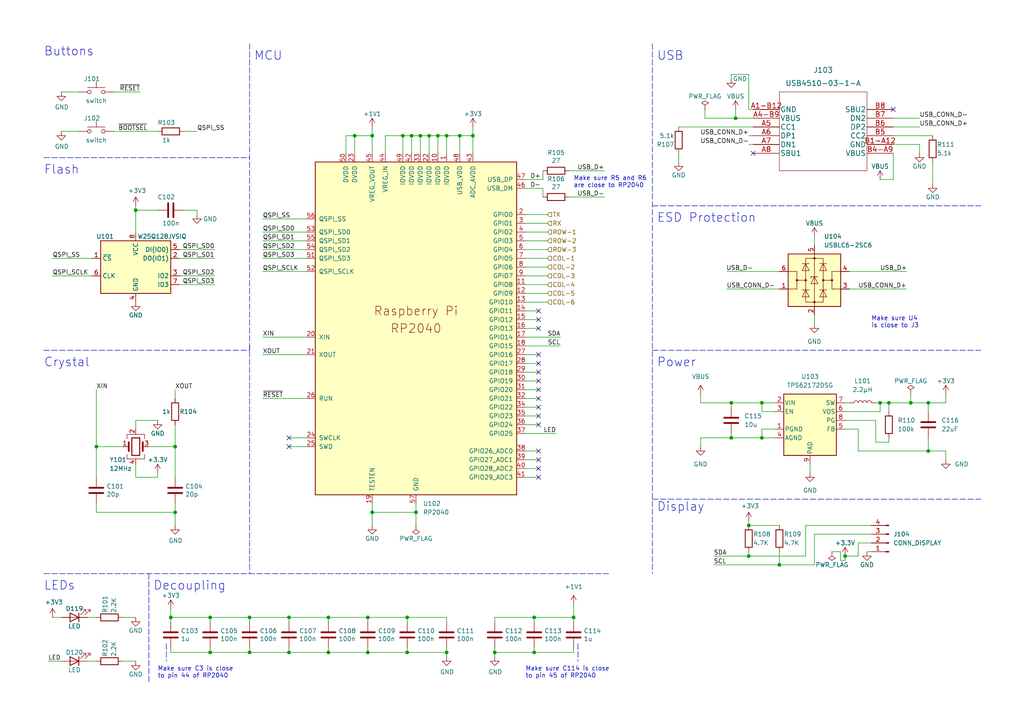
<source format=kicad_sch>
(kicad_sch (version 20211123) (generator eeschema)
  (paper "A4")
  (title_block (title "36") (date "2022-11-17") (rev "1.0"))
  (lib_symbols
    (symbol "Connector:Conn_01x04_Male" (pin_names (offset 1.016) hide)
      (property "Reference" "J" (at 0 5.08 0))
      (property "Value" "Conn_01x04_Male" (at 0 -7.62 0))
      (symbol "Conn_01x04_Male_1_1"
        (pin passive line (at 5.08 2.54 180) (length 3.81) (name "Pin_1") (number "1"))
        (pin passive line (at 5.08 0 180) (length 3.81) (name "Pin_2") (number "2"))
        (pin passive line (at 5.08 -2.54 180) (length 3.81) (name "Pin_3") (number "3"))
        (pin passive line (at 5.08 -5.08 180) (length 3.81) (name "Pin_4") (number "4"))
      )
    )
    (symbol "Device:C" (pin_numbers hide) (pin_names (offset 0.254))
      (property "Reference" "C" (at 0.635 2.54 0))
      (property "Value" "C" (at 0.635 -2.54 0))
      (symbol "C_1_1"
        (pin passive line (at 0 3.81 270) (length 2.794) (name "~") (number "1"))
        (pin passive line (at 0 -3.81 90) (length 2.794) (name "~") (number "2"))
      )
    )
    (symbol "Device:Crystal_GND24" (pin_names (offset 1.016) hide)
      (property "Reference" "Y" (at 3.175 5.08 0))
      (property "Value" "Crystal_GND24" (at 3.175 3.175 0))
      (symbol "Crystal_GND24_1_1"
        (pin passive line (at -3.81 0 0) (length 1.27) (name "1") (number "1"))
        (pin passive line (at 0 5.08 270) (length 1.27) (name "2") (number "2"))
        (pin passive line (at 3.81 0 180) (length 1.27) (name "3") (number "3"))
        (pin passive line (at 0 -5.08 90) (length 1.27) (name "4") (number "4"))
      )
    )
    (symbol "Device:L" (pin_numbers hide) (pin_names (offset 1.016) hide)
      (property "Reference" "L" (at -1.27 0 90))
      (property "Value" "L" (at 1.905 0 90))
      (symbol "L_1_1"
        (pin passive line (at 0 3.81 270) (length 1.27) (name "1") (number "1"))
        (pin passive line (at 0 -3.81 90) (length 1.27) (name "2") (number "2"))
      )
    )
    (symbol "Device:LED" (pin_numbers hide) (pin_names (offset 1.016) hide)
      (property "Reference" "D" (at 0 2.54 0))
      (property "Value" "LED" (at 0 -2.54 0))
      (symbol "LED_1_1"
        (pin passive line (at -3.81 0 0) (length 2.54) (name "K") (number "1"))
        (pin passive line (at 3.81 0 180) (length 2.54) (name "A") (number "2"))
      )
    )
    (symbol "Device:R" (pin_numbers hide) (pin_names (offset 0))
      (property "Reference" "R" (at 2.032 0 90))
      (property "Value" "R" (at 0 0 90))
      (symbol "R_1_1"
        (pin passive line (at 0 3.81 270) (length 1.27) (name "~") (number "1"))
        (pin passive line (at 0 -3.81 90) (length 1.27) (name "~") (number "2"))
      )
    )
    (symbol "Memory_Flash:W25Q128JVS"
      (property "Reference" "U" (at -8.89 8.89 0))
      (property "Value" "W25Q128JVS" (at 7.62 8.89 0))
      (symbol "W25Q128JVS_1_1"
        (pin input line (at -12.7 2.54 0) (length 2.54) (name "~{CS}") (number "1"))
        (pin bidirectional line (at 12.7 2.54 180) (length 2.54) (name "DO(IO1)") (number "2"))
        (pin bidirectional line (at 12.7 -2.54 180) (length 2.54) (name "IO2") (number "3"))
        (pin power_in line (at 0 -10.16 90) (length 2.54) (name "GND") (number "4"))
        (pin bidirectional line (at 12.7 5.08 180) (length 2.54) (name "DI(IO0)") (number "5"))
        (pin input line (at -12.7 -2.54 0) (length 2.54) (name "CLK") (number "6"))
        (pin bidirectional line (at 12.7 -5.08 180) (length 2.54) (name "IO3") (number "7"))
        (pin power_in line (at 0 10.16 270) (length 2.54) (name "VCC") (number "8"))
      )
    )
    (symbol "Power_Protection:USBLC6-2SC6" (pin_names hide)
      (property "Reference" "U" (at 2.54 8.89 0))
      (property "Value" "USBLC6-2SC6" (at 2.54 -8.89 0))
      (symbol "USBLC6-2SC6_1_1"
        (pin passive line (at -10.16 -2.54 0) (length 2.54) (name "I/O1") (number "1"))
        (pin passive line (at 0 -10.16 90) (length 2.54) (name "GND") (number "2"))
        (pin passive line (at 10.16 -2.54 180) (length 2.54) (name "I/O2") (number "3"))
        (pin passive line (at 10.16 2.54 180) (length 2.54) (name "I/O2") (number "4"))
        (pin passive line (at 0 10.16 270) (length 2.54) (name "VBUS") (number "5"))
        (pin passive line (at -10.16 2.54 0) (length 2.54) (name "I/O1") (number "6"))
      )
    )
    (symbol "Raspberry Pi:RP2040" (pin_names (offset 1.016))
      (property "Reference" "U" (at -29.21 49.53 0))
      (property "Value" "RP2040" (at 24.13 -49.53 0))
      (symbol "RP2040_0_0"
        (text "Raspberry Pi" (at 0 5.08 0) (effects (font (size 2.54 2.54))))
        (text "RP2040" (at 0 0 0) (effects (font (size 2.54 2.54))))
      )
      (symbol "RP2040_1_1"
        (pin power_in line (at 8.89 50.8 270) (length 2.54) (name "IOVDD") (number "1"))
        (pin power_in line (at 6.35 50.8 270) (length 2.54) (name "IOVDD") (number "10"))
        (pin bidirectional line (at 31.75 12.7 180) (length 2.54) (name "GPIO8") (number "11"))
        (pin bidirectional line (at 31.75 10.16 180) (length 2.54) (name "GPIO9") (number "12"))
        (pin bidirectional line (at 31.75 7.62 180) (length 2.54) (name "GPIO10") (number "13"))
        (pin bidirectional line (at 31.75 5.08 180) (length 2.54) (name "GPIO11") (number "14"))
        (pin bidirectional line (at 31.75 2.54 180) (length 2.54) (name "GPIO12") (number "15"))
        (pin bidirectional line (at 31.75 0 180) (length 2.54) (name "GPIO13") (number "16"))
        (pin bidirectional line (at 31.75 -2.54 180) (length 2.54) (name "GPIO14") (number "17"))
        (pin bidirectional line (at 31.75 -5.08 180) (length 2.54) (name "GPIO15") (number "18"))
        (pin passive line (at -12.7 -50.8 90) (length 2.54) (name "TESTEN") (number "19"))
        (pin bidirectional line (at 31.75 33.02 180) (length 2.54) (name "GPIO0") (number "2"))
        (pin input line (at -31.75 -2.54 0) (length 2.54) (name "XIN") (number "20"))
        (pin passive line (at -31.75 -7.62 0) (length 2.54) (name "XOUT") (number "21"))
        (pin power_in line (at 3.81 50.8 270) (length 2.54) (name "IOVDD") (number "22"))
        (pin power_in line (at -17.78 50.8 270) (length 2.54) (name "DVDD") (number "23"))
        (pin output line (at -31.75 -31.75 0) (length 2.54) (name "SWCLK") (number "24"))
        (pin bidirectional line (at -31.75 -34.29 0) (length 2.54) (name "SWD") (number "25"))
        (pin input line (at -31.75 -20.32 0) (length 2.54) (name "RUN") (number "26"))
        (pin bidirectional line (at 31.75 -7.62 180) (length 2.54) (name "GPIO16") (number "27"))
        (pin bidirectional line (at 31.75 -10.16 180) (length 2.54) (name "GPIO17") (number "28"))
        (pin bidirectional line (at 31.75 -12.7 180) (length 2.54) (name "GPIO18") (number "29"))
        (pin bidirectional line (at 31.75 30.48 180) (length 2.54) (name "GPIO1") (number "3"))
        (pin bidirectional line (at 31.75 -15.24 180) (length 2.54) (name "GPIO19") (number "30"))
        (pin bidirectional line (at 31.75 -17.78 180) (length 2.54) (name "GPIO20") (number "31"))
        (pin bidirectional line (at 31.75 -20.32 180) (length 2.54) (name "GPIO21") (number "32"))
        (pin power_in line (at 1.27 50.8 270) (length 2.54) (name "IOVDD") (number "33"))
        (pin bidirectional line (at 31.75 -22.86 180) (length 2.54) (name "GPIO22") (number "34"))
        (pin bidirectional line (at 31.75 -25.4 180) (length 2.54) (name "GPIO23") (number "35"))
        (pin bidirectional line (at 31.75 -27.94 180) (length 2.54) (name "GPIO24") (number "36"))
        (pin bidirectional line (at 31.75 -30.48 180) (length 2.54) (name "GPIO25") (number "37"))
        (pin bidirectional line (at 31.75 -35.56 180) (length 2.54) (name "GPIO26_ADC0") (number "38"))
        (pin bidirectional line (at 31.75 -38.1 180) (length 2.54) (name "GPIO27_ADC1") (number "39"))
        (pin bidirectional line (at 31.75 27.94 180) (length 2.54) (name "GPIO2") (number "4"))
        (pin bidirectional line (at 31.75 -40.64 180) (length 2.54) (name "GPIO28_ADC2") (number "40"))
        (pin bidirectional line (at 31.75 -43.18 180) (length 2.54) (name "GPIO29_ADC3") (number "41"))
        (pin power_in line (at -1.27 50.8 270) (length 2.54) (name "IOVDD") (number "42"))
        (pin power_in line (at 16.51 50.8 270) (length 2.54) (name "ADC_AVDD") (number "43"))
        (pin power_in line (at -8.89 50.8 270) (length 2.54) (name "VREG_IN") (number "44"))
        (pin power_out line (at -12.7 50.8 270) (length 2.54) (name "VREG_VOUT") (number "45"))
        (pin bidirectional line (at 31.75 40.64 180) (length 2.54) (name "USB_DM") (number "46"))
        (pin bidirectional line (at 31.75 43.18 180) (length 2.54) (name "USB_DP") (number "47"))
        (pin power_in line (at 12.7 50.8 270) (length 2.54) (name "USB_VDD") (number "48"))
        (pin power_in line (at -3.81 50.8 270) (length 2.54) (name "IOVDD") (number "49"))
        (pin bidirectional line (at 31.75 25.4 180) (length 2.54) (name "GPIO3") (number "5"))
        (pin power_in line (at -20.32 50.8 270) (length 2.54) (name "DVDD") (number "50"))
        (pin bidirectional line (at -31.75 20.32 0) (length 2.54) (name "QSPI_SD3") (number "51"))
        (pin output line (at -31.75 16.51 0) (length 2.54) (name "QSPI_SCLK") (number "52"))
        (pin bidirectional line (at -31.75 27.94 0) (length 2.54) (name "QSPI_SD0") (number "53"))
        (pin bidirectional line (at -31.75 22.86 0) (length 2.54) (name "QSPI_SD2") (number "54"))
        (pin bidirectional line (at -31.75 25.4 0) (length 2.54) (name "QSPI_SD1") (number "55"))
        (pin bidirectional line (at -31.75 31.75 0) (length 2.54) (name "QSPI_SS") (number "56"))
        (pin power_in line (at 0 -50.8 90) (length 2.54) (name "GND") (number "57"))
        (pin bidirectional line (at 31.75 22.86 180) (length 2.54) (name "GPIO4") (number "6"))
        (pin bidirectional line (at 31.75 20.32 180) (length 2.54) (name "GPIO5") (number "7"))
        (pin bidirectional line (at 31.75 17.78 180) (length 2.54) (name "GPIO6") (number "8"))
        (pin bidirectional line (at 31.75 15.24 180) (length 2.54) (name "GPIO7") (number "9"))
      )
    )
    (symbol "Regulator_Switching:TPS62172DSG" (pin_names (offset 0.254))
      (property "Reference" "U?" (at 0 15.24 0))
      (property "Value" "TPS62172DSG" (at 0 12.7 0))
      (symbol "TPS62172DSG_1_1"
        (pin power_in line (at -10.16 0 0) (length 2.54) (name "PGND") (number "1"))
        (pin power_in line (at -10.16 7.62 0) (length 2.54) (name "VIN") (number "2"))
        (pin input line (at -10.16 5.08 0) (length 2.54) (name "EN") (number "3"))
        (pin power_in line (at -10.16 -2.54 0) (length 2.54) (name "AGND") (number "4"))
        (pin input line (at 10.16 0 180) (length 2.54) (name "FB") (number "5"))
        (pin input line (at 10.16 5.08 180) (length 2.54) (name "VOS") (number "6"))
        (pin output line (at 10.16 7.62 180) (length 2.54) (name "SW") (number "7"))
        (pin open_collector line (at 10.16 2.54 180) (length 2.54) (name "PG") (number "8"))
        (pin power_in line (at 0 -10.16 90) (length 2.54) (name "PAD") (number "9"))
      )
    )
    (symbol "Switch:SW_Push" (pin_numbers hide) (pin_names (offset 1.016) hide)
      (property "Reference" "SW" (at 1.27 2.54 0))
      (property "Value" "SW_Push" (at 0 -1.524 0))
      (symbol "SW_Push_0_1"
        (pin passive line (at -5.08 0 0) (length 2.54) (name "1") (number "1"))
        (pin passive line (at 5.08 0 180) (length 2.54) (name "2") (number "2"))
      )
    )
    (symbol "USB4510-03-1-A:USB4510-03-1-A" (pin_names (offset 0.254))
      (property "Reference" "J" (at 20.32 10.16 0))
      (property "Value" "USB4510-03-1-A" (at 20.32 7.62 0))
      (symbol "USB4510-03-1-A_1_1"
        (pin power_in line (at 0 0 0) (length 7.62) (name "GND") (number "A1-B12"))
        (pin power_in line (at 0 -2.54 0) (length 7.62) (name "VBUS") (number "A4-B9"))
        (pin bidirectional line (at 0 -5.08 0) (length 7.62) (name "CC1") (number "A5"))
        (pin bidirectional line (at 0 -7.62 0) (length 7.62) (name "DP1") (number "A6"))
        (pin bidirectional line (at 0 -10.16 0) (length 7.62) (name "DN1") (number "A7"))
        (pin bidirectional line (at 0 -12.7 0) (length 7.62) (name "SBU1") (number "A8"))
        (pin power_in line (at 40.64 -10.16 180) (length 7.62) (name "GND") (number "B1-A12"))
        (pin power_in line (at 40.64 -12.7 180) (length 7.62) (name "VBUS") (number "B4-A9"))
        (pin bidirectional line (at 40.64 -7.62 180) (length 7.62) (name "CC2") (number "B5"))
        (pin bidirectional line (at 40.64 -5.08 180) (length 7.62) (name "DP2") (number "B6"))
        (pin bidirectional line (at 40.64 -2.54 180) (length 7.62) (name "DN2") (number "B7"))
        (pin bidirectional line (at 40.64 0 180) (length 7.62) (name "SBU2") (number "B8"))
      )
    )
    (symbol "power:+1V1" (power) (pin_names (offset 0))
      (property "Value" "+1V1" (at 0 3.556 0))
      (symbol "+1V1_1_1"
        (pin power_in line (at 0 0 90) (length 0) hide (name "+1V1") (number "1"))
      )
    )
    (symbol "power:+3.3V" (power) (pin_names (offset 0))
      (property "Value" "+3.3V" (at 0 3.556 0))
      (symbol "+3.3V_1_1"
        (pin power_in line (at 0 0 90) (length 0) hide (name "+3.3V") (number "1"))
      )
    )
    (symbol "power:+3V3" (power) (pin_names (offset 0))
      (property "Value" "+3V3" (at 0 3.556 0))
      (symbol "+3V3_1_1"
        (pin power_in line (at 0 0 90) (length 0) hide (name "+3V3") (number "1"))
      )
    )
    (symbol "power:GND" (power) (pin_names (offset 0))
      (property "Value" "GND" (at 0 -3.81 0))
      (symbol "GND_1_1"
        (pin power_in line (at 0 0 270) (length 0) hide (name "GND") (number "1"))
      )
    )
    (symbol "power:PWR_FLAG" (power) (pin_numbers hide) (pin_names (offset 0) hide)
      (property "Value" "PWR_FLAG" (at 0 3.81 0))
      (symbol "PWR_FLAG_0_0"
        (pin power_out line (at 0 0 90) (length 0) (name "pwr") (number "1"))
      )
    )
    (symbol "power:VBUS" (power) (pin_names (offset 0))
      (property "Value" "VBUS" (at 0 3.81 0))
      (symbol "VBUS_1_1"
        (pin power_in line (at 0 0 90) (length 0) hide (name "VBUS") (number "1"))
      )
    )
  )
  (junction (at 127 39.37))
  (junction (at 118.11 179.07))
  (junction (at 226.06 163.83))
  (junction (at 133.35 39.37))
  (junction (at 116.84 39.37))
  (junction (at 49.53 179.07))
  (junction (at 120.65 148.59))
  (junction (at 106.68 179.07))
  (junction (at 118.11 189.23))
  (junction (at 119.38 39.37))
  (junction (at 121.92 39.37))
  (junction (at 72.39 179.07))
  (junction (at 255.27 116.84))
  (junction (at 60.96 189.23))
  (junction (at 50.8 148.59))
  (junction (at 212.09 116.84))
  (junction (at 107.95 148.59))
  (junction (at 137.16 39.37))
  (junction (at 154.94 179.07))
  (junction (at 269.24 116.84))
  (junction (at 129.54 189.23))
  (junction (at 245.11 161.29))
  (junction (at 39.37 60.96))
  (junction (at 154.94 189.23))
  (junction (at 220.98 127))
  (junction (at 27.94 129.54))
  (junction (at 95.25 179.07))
  (junction (at 257.81 116.84))
  (junction (at 95.25 189.23))
  (junction (at 212.09 127))
  (junction (at 264.16 116.84))
  (junction (at 50.8 129.54))
  (junction (at 217.17 161.29))
  (junction (at 217.17 152.4))
  (junction (at 143.51 189.23))
  (junction (at 72.39 189.23))
  (junction (at 107.95 39.37))
  (junction (at 60.96 179.07))
  (junction (at 166.37 179.07))
  (junction (at 129.54 39.37))
  (junction (at 124.46 39.37))
  (junction (at 220.98 116.84))
  (junction (at 269.24 130.81))
  (junction (at 213.36 34.29))
  (junction (at 83.82 189.23))
  (junction (at 83.82 179.07))
  (junction (at 106.68 189.23))
  (junction (at 102.87 39.37))
  (no_connect (at 83.82 129.54))
  (no_connect (at 156.21 138.43))
  (no_connect (at 218.44 44.45))
  (no_connect (at 156.21 102.87))
  (no_connect (at 156.21 105.41))
  (no_connect (at 156.21 95.25))
  (no_connect (at 156.21 110.49))
  (no_connect (at 156.21 113.03))
  (no_connect (at 156.21 107.95))
  (no_connect (at 156.21 123.19))
  (no_connect (at 156.21 92.71))
  (no_connect (at 156.21 115.57))
  (no_connect (at 156.21 135.89))
  (no_connect (at 156.21 90.17))
  (no_connect (at 156.21 130.81))
  (no_connect (at 83.82 127))
  (no_connect (at 259.08 31.75))
  (no_connect (at 156.21 120.65))
  (no_connect (at 156.21 133.35))
  (no_connect (at 156.21 118.11))
  (wire (pts (xy 156.21 102.87) (xy 152.4 102.87)))
  (wire (pts (xy 15.24 74.93) (xy 26.67 74.93)))
  (wire (pts (xy 158.75 72.39) (xy 152.4 72.39)))
  (wire (pts (xy 259.08 39.37) (xy 270.51 39.37)))
  (wire (pts (xy 257.81 116.84) (xy 264.16 116.84)))
  (wire (pts (xy 83.82 127) (xy 88.9 127)))
  (wire (pts (xy 50.8 148.59) (xy 50.8 152.4)))
  (wire (pts (xy 203.2 127) (xy 212.09 127)))
  (wire (pts (xy 257.81 116.84) (xy 257.81 119.38)))
  (wire (pts (xy 254 116.84) (xy 255.27 116.84)))
  (wire (pts (xy 266.7 34.29) (xy 259.08 34.29)))
  (wire (pts (xy 236.22 163.83) (xy 236.22 154.94)))
  (wire (pts (xy 158.75 82.55) (xy 152.4 82.55)))
  (wire (pts (xy 226.06 160.02) (xy 226.06 163.83)))
  (wire (pts (xy 129.54 187.96) (xy 129.54 189.23)))
  (wire (pts (xy 245.11 119.38) (xy 255.27 119.38)))
  (wire (pts (xy 243.84 162.56) (xy 245.11 162.56)))
  (wire (pts (xy 252.73 157.48) (xy 248.92 157.48)))
  (polyline (pts (xy 189.23 101.6) (xy 284.48 101.6)))
  (wire (pts (xy 35.56 179.07) (xy 39.37 179.07)))
  (wire (pts (xy 196.85 36.83) (xy 218.44 36.83)))
  (polyline (pts (xy 189.23 59.69) (xy 284.48 59.69)))
  (wire (pts (xy 27.94 148.59) (xy 50.8 148.59)))
  (wire (pts (xy 143.51 189.23) (xy 143.51 190.5)))
  (wire (pts (xy 245.11 121.92) (xy 254 121.92)))
  (wire (pts (xy 269.24 127) (xy 269.24 130.81)))
  (wire (pts (xy 50.8 115.57) (xy 50.8 113.03)))
  (wire (pts (xy 217.17 152.4) (xy 217.17 151.13)))
  (wire (pts (xy 217.17 31.75) (xy 217.17 21.59)))
  (wire (pts (xy 27.94 129.54) (xy 35.56 129.54)))
  (wire (pts (xy 156.21 115.57) (xy 152.4 115.57)))
  (wire (pts (xy 157.48 54.61) (xy 157.48 57.15)))
  (wire (pts (xy 158.75 80.01) (xy 152.4 80.01)))
  (wire (pts (xy 270.51 46.99) (xy 270.51 53.34)))
  (wire (pts (xy 266.7 41.91) (xy 259.08 41.91)))
  (wire (pts (xy 266.7 44.45) (xy 266.7 41.91)))
  (wire (pts (xy 156.21 110.49) (xy 152.4 110.49)))
  (wire (pts (xy 204.47 34.29) (xy 213.36 34.29)))
  (wire (pts (xy 102.87 39.37) (xy 100.33 39.37)))
  (wire (pts (xy 161.29 125.73) (xy 152.4 125.73)))
  (wire (pts (xy 121.92 44.45) (xy 121.92 39.37)))
  (wire (pts (xy 15.24 80.01) (xy 26.67 80.01)))
  (wire (pts (xy 49.53 176.53) (xy 49.53 179.07)))
  (wire (pts (xy 152.4 54.61) (xy 157.48 54.61)))
  (wire (pts (xy 116.84 39.37) (xy 119.38 39.37)))
  (wire (pts (xy 39.37 138.43) (xy 39.37 134.62)))
  (wire (pts (xy 106.68 187.96) (xy 106.68 189.23)))
  (wire (pts (xy 116.84 44.45) (xy 116.84 39.37)))
  (wire (pts (xy 57.15 38.1) (xy 53.34 38.1)))
  (wire (pts (xy 49.53 179.07) (xy 49.53 180.34)))
  (wire (pts (xy 156.21 123.19) (xy 152.4 123.19)))
  (wire (pts (xy 203.2 116.84) (xy 212.09 116.84)))
  (wire (pts (xy 129.54 189.23) (xy 129.54 190.5)))
  (wire (pts (xy 248.92 124.46) (xy 245.11 124.46)))
  (wire (pts (xy 152.4 52.07) (xy 157.48 52.07)))
  (wire (pts (xy 102.87 39.37) (xy 107.95 39.37)))
  (wire (pts (xy 162.56 97.79) (xy 152.4 97.79)))
  (wire (pts (xy 39.37 59.69) (xy 39.37 60.96)))
  (wire (pts (xy 217.17 152.4) (xy 226.06 152.4)))
  (wire (pts (xy 156.21 120.65) (xy 152.4 120.65)))
  (wire (pts (xy 133.35 44.45) (xy 133.35 39.37)))
  (wire (pts (xy 213.36 34.29) (xy 218.44 34.29)))
  (wire (pts (xy 107.95 44.45) (xy 107.95 39.37)))
  (wire (pts (xy 154.94 179.07) (xy 166.37 179.07)))
  (wire (pts (xy 245.11 162.56) (xy 245.11 161.29)))
  (wire (pts (xy 119.38 44.45) (xy 119.38 39.37)))
  (wire (pts (xy 212.09 127) (xy 220.98 127)))
  (wire (pts (xy 212.09 116.84) (xy 220.98 116.84)))
  (wire (pts (xy 154.94 189.23) (xy 154.94 187.96)))
  (wire (pts (xy 259.08 44.45) (xy 259.08 52.07)))
  (wire (pts (xy 27.94 179.07) (xy 25.4 179.07)))
  (wire (pts (xy 49.53 187.96) (xy 49.53 189.23)))
  (wire (pts (xy 118.11 180.34) (xy 118.11 179.07)))
  (wire (pts (xy 45.72 138.43) (xy 39.37 138.43)))
  (wire (pts (xy 119.38 39.37) (xy 121.92 39.37)))
  (wire (pts (xy 166.37 175.26) (xy 166.37 179.07)))
  (wire (pts (xy 218.44 31.75) (xy 217.17 31.75)))
  (wire (pts (xy 40.64 26.67) (xy 33.02 26.67)))
  (wire (pts (xy 22.86 26.67) (xy 17.78 26.67)))
  (polyline (pts (xy 189.23 12.7) (xy 189.23 166.37)))
  (wire (pts (xy 156.21 95.25) (xy 152.4 95.25)))
  (wire (pts (xy 264.16 114.3) (xy 264.16 116.84)))
  (wire (pts (xy 213.36 31.75) (xy 213.36 34.29)))
  (wire (pts (xy 121.92 39.37) (xy 124.46 39.37)))
  (wire (pts (xy 62.23 74.93) (xy 52.07 74.93)))
  (wire (pts (xy 50.8 129.54) (xy 50.8 138.43)))
  (wire (pts (xy 106.68 189.23) (xy 118.11 189.23)))
  (wire (pts (xy 39.37 121.92) (xy 45.72 121.92)))
  (wire (pts (xy 120.65 148.59) (xy 120.65 146.05)))
  (wire (pts (xy 210.82 83.82) (xy 226.06 83.82)))
  (wire (pts (xy 152.4 135.89) (xy 156.21 135.89)))
  (wire (pts (xy 162.56 100.33) (xy 152.4 100.33)))
  (wire (pts (xy 83.82 129.54) (xy 88.9 129.54)))
  (wire (pts (xy 143.51 189.23) (xy 154.94 189.23)))
  (wire (pts (xy 158.75 87.63) (xy 152.4 87.63)))
  (wire (pts (xy 27.94 191.77) (xy 25.4 191.77)))
  (wire (pts (xy 254 121.92) (xy 254 128.27)))
  (polyline (pts (xy 43.18 166.37) (xy 43.18 198.12)))
  (wire (pts (xy 50.8 146.05) (xy 50.8 148.59)))
  (wire (pts (xy 129.54 39.37) (xy 133.35 39.37)))
  (wire (pts (xy 76.2 67.31) (xy 88.9 67.31)))
  (wire (pts (xy 33.02 38.1) (xy 45.72 38.1)))
  (wire (pts (xy 72.39 180.34) (xy 72.39 179.07)))
  (wire (pts (xy 156.21 107.95) (xy 152.4 107.95)))
  (wire (pts (xy 43.18 129.54) (xy 50.8 129.54)))
  (wire (pts (xy 60.96 179.07) (xy 72.39 179.07)))
  (wire (pts (xy 269.24 116.84) (xy 274.32 116.84)))
  (wire (pts (xy 158.75 69.85) (xy 152.4 69.85)))
  (wire (pts (xy 157.48 52.07) (xy 157.48 49.53)))
  (wire (pts (xy 102.87 44.45) (xy 102.87 39.37)))
  (wire (pts (xy 233.68 161.29) (xy 233.68 152.4)))
  (wire (pts (xy 236.22 154.94) (xy 252.73 154.94)))
  (wire (pts (xy 152.4 130.81) (xy 156.21 130.81)))
  (wire (pts (xy 156.21 90.17) (xy 152.4 90.17)))
  (wire (pts (xy 62.23 72.39) (xy 52.07 72.39)))
  (wire (pts (xy 166.37 187.96) (xy 166.37 189.23)))
  (wire (pts (xy 60.96 180.34) (xy 60.96 179.07)))
  (wire (pts (xy 203.2 114.3) (xy 203.2 116.84)))
  (wire (pts (xy 107.95 152.4) (xy 107.95 148.59)))
  (wire (pts (xy 152.4 133.35) (xy 156.21 133.35)))
  (wire (pts (xy 257.81 128.27) (xy 257.81 127)))
  (wire (pts (xy 50.8 129.54) (xy 50.8 123.19)))
  (wire (pts (xy 15.24 179.07) (xy 17.78 179.07)))
  (wire (pts (xy 158.75 67.31) (xy 152.4 67.31)))
  (wire (pts (xy 217.17 161.29) (xy 233.68 161.29)))
  (wire (pts (xy 255.27 116.84) (xy 257.81 116.84)))
  (wire (pts (xy 95.25 180.34) (xy 95.25 179.07)))
  (wire (pts (xy 243.84 162.56) (xy 243.84 160.02)))
  (wire (pts (xy 35.56 191.77) (xy 39.37 191.77)))
  (wire (pts (xy 224.79 124.46) (xy 220.98 124.46)))
  (wire (pts (xy 234.95 137.16) (xy 234.95 134.62)))
  (wire (pts (xy 127 39.37) (xy 129.54 39.37)))
  (wire (pts (xy 158.75 85.09) (xy 152.4 85.09)))
  (wire (pts (xy 226.06 163.83) (xy 236.22 163.83)))
  (wire (pts (xy 49.53 179.07) (xy 60.96 179.07)))
  (wire (pts (xy 72.39 189.23) (xy 60.96 189.23)))
  (wire (pts (xy 83.82 179.07) (xy 95.25 179.07)))
  (wire (pts (xy 224.79 119.38) (xy 220.98 119.38)))
  (wire (pts (xy 220.98 119.38) (xy 220.98 116.84)))
  (wire (pts (xy 264.16 116.84) (xy 269.24 116.84)))
  (wire (pts (xy 137.16 39.37) (xy 137.16 44.45)))
  (wire (pts (xy 203.2 129.54) (xy 203.2 127)))
  (wire (pts (xy 76.2 102.87) (xy 88.9 102.87)))
  (wire (pts (xy 107.95 36.83) (xy 107.95 39.37)))
  (wire (pts (xy 152.4 64.77) (xy 158.75 64.77)))
  (wire (pts (xy 248.92 130.81) (xy 269.24 130.81)))
  (wire (pts (xy 106.68 180.34) (xy 106.68 179.07)))
  (wire (pts (xy 76.2 115.57) (xy 88.9 115.57)))
  (wire (pts (xy 72.39 179.07) (xy 83.82 179.07)))
  (wire (pts (xy 118.11 179.07) (xy 129.54 179.07)))
  (polyline (pts (xy 72.39 101.6) (xy 72.39 100.33)))
  (polyline (pts (xy 189.23 144.78) (xy 284.48 144.78)))
  (wire (pts (xy 212.09 21.59) (xy 212.09 22.86)))
  (wire (pts (xy 49.53 189.23) (xy 60.96 189.23)))
  (wire (pts (xy 196.85 46.99) (xy 196.85 44.45)))
  (wire (pts (xy 165.1 57.15) (xy 175.26 57.15)))
  (wire (pts (xy 76.2 72.39) (xy 88.9 72.39)))
  (wire (pts (xy 60.96 187.96) (xy 60.96 189.23)))
  (wire (pts (xy 124.46 39.37) (xy 127 39.37)))
  (wire (pts (xy 236.22 68.58) (xy 236.22 71.12)))
  (wire (pts (xy 262.89 78.74) (xy 246.38 78.74)))
  (wire (pts (xy 248.92 157.48) (xy 248.92 161.29)))
  (wire (pts (xy 83.82 180.34) (xy 83.82 179.07)))
  (wire (pts (xy 236.22 93.98) (xy 236.22 91.44)))
  (wire (pts (xy 266.7 36.83) (xy 259.08 36.83)))
  (wire (pts (xy 207.01 161.29) (xy 217.17 161.29)))
  (wire (pts (xy 133.35 39.37) (xy 137.16 39.37)))
  (wire (pts (xy 166.37 180.34) (xy 166.37 179.07)))
  (wire (pts (xy 39.37 60.96) (xy 39.37 67.31)))
  (wire (pts (xy 45.72 60.96) (xy 39.37 60.96)))
  (wire (pts (xy 137.16 36.83) (xy 137.16 39.37)))
  (wire (pts (xy 220.98 127) (xy 224.79 127)))
  (wire (pts (xy 217.17 21.59) (xy 212.09 21.59)))
  (wire (pts (xy 95.25 179.07) (xy 106.68 179.07)))
  (wire (pts (xy 39.37 121.92) (xy 39.37 124.46)))
  (wire (pts (xy 245.11 116.84) (xy 246.38 116.84)))
  (wire (pts (xy 259.08 52.07) (xy 255.27 52.07)))
  (wire (pts (xy 262.89 83.82) (xy 246.38 83.82)))
  (wire (pts (xy 269.24 116.84) (xy 269.24 119.38)))
  (wire (pts (xy 57.15 60.96) (xy 57.15 62.23)))
  (wire (pts (xy 106.68 179.07) (xy 118.11 179.07)))
  (wire (pts (xy 107.95 148.59) (xy 120.65 148.59)))
  (wire (pts (xy 220.98 116.84) (xy 224.79 116.84)))
  (wire (pts (xy 83.82 189.23) (xy 95.25 189.23)))
  (wire (pts (xy 27.94 129.54) (xy 27.94 138.43)))
  (polyline (pts (xy 12.7 45.72) (xy 72.39 45.72)))
  (wire (pts (xy 245.11 161.29) (xy 248.92 161.29)))
  (wire (pts (xy 53.34 60.96) (xy 57.15 60.96)))
  (wire (pts (xy 156.21 92.71) (xy 152.4 92.71)))
  (wire (pts (xy 152.4 62.23) (xy 158.75 62.23)))
  (wire (pts (xy 45.72 137.16) (xy 45.72 138.43)))
  (wire (pts (xy 76.2 74.93) (xy 88.9 74.93)))
  (wire (pts (xy 13.97 191.77) (xy 17.78 191.77)))
  (polyline (pts (xy 12.7 101.6) (xy 72.39 101.6)))
  (wire (pts (xy 152.4 138.43) (xy 156.21 138.43)))
  (wire (pts (xy 233.68 152.4) (xy 252.73 152.4)))
  (polyline (pts (xy 167.64 186.69) (xy 167.64 191.77)))
  (wire (pts (xy 52.07 80.01) (xy 62.23 80.01)))
  (wire (pts (xy 27.94 146.05) (xy 27.94 148.59)))
  (wire (pts (xy 72.39 187.96) (xy 72.39 189.23)))
  (wire (pts (xy 165.1 49.53) (xy 175.26 49.53)))
  (wire (pts (xy 118.11 187.96) (xy 118.11 189.23)))
  (wire (pts (xy 129.54 180.34) (xy 129.54 179.07)))
  (wire (pts (xy 252.73 160.02) (xy 251.46 160.02)))
  (wire (pts (xy 116.84 39.37) (xy 111.76 39.37)))
  (wire (pts (xy 274.32 114.3) (xy 274.32 116.84)))
  (wire (pts (xy 127 44.45) (xy 127 39.37)))
  (wire (pts (xy 107.95 148.59) (xy 107.95 146.05)))
  (wire (pts (xy 274.32 133.35) (xy 274.32 130.81)))
  (wire (pts (xy 27.94 113.03) (xy 27.94 129.54)))
  (wire (pts (xy 76.2 69.85) (xy 88.9 69.85)))
  (wire (pts (xy 217.17 160.02) (xy 217.17 161.29)))
  (wire (pts (xy 143.51 179.07) (xy 154.94 179.07)))
  (wire (pts (xy 88.9 63.5) (xy 76.2 63.5)))
  (wire (pts (xy 158.75 74.93) (xy 152.4 74.93)))
  (wire (pts (xy 88.9 78.74) (xy 76.2 78.74)))
  (wire (pts (xy 274.32 130.81) (xy 269.24 130.81)))
  (wire (pts (xy 212.09 125.73) (xy 212.09 127)))
  (wire (pts (xy 243.84 160.02) (xy 241.3 160.02)))
  (wire (pts (xy 154.94 180.34) (xy 154.94 179.07)))
  (wire (pts (xy 143.51 180.34) (xy 143.51 179.07)))
  (wire (pts (xy 217.17 41.91) (xy 218.44 41.91)))
  (wire (pts (xy 254 128.27) (xy 257.81 128.27)))
  (wire (pts (xy 129.54 39.37) (xy 129.54 44.45)))
  (wire (pts (xy 83.82 187.96) (xy 83.82 189.23)))
  (wire (pts (xy 111.76 44.45) (xy 111.76 39.37)))
  (wire (pts (xy 95.25 189.23) (xy 106.68 189.23)))
  (wire (pts (xy 156.21 118.11) (xy 152.4 118.11)))
  (wire (pts (xy 255.27 119.38) (xy 255.27 116.84)))
  (polyline (pts (xy 72.39 12.7) (xy 72.39 166.37)))
  (wire (pts (xy 248.92 124.46) (xy 248.92 130.81)))
  (wire (pts (xy 207.01 163.83) (xy 226.06 163.83)))
  (polyline (pts (xy 12.7 166.37) (xy 176.53 166.37)))
  (polyline (pts (xy 48.26 186.69) (xy 48.26 191.77)))
  (wire (pts (xy 95.25 187.96) (xy 95.25 189.23)))
  (wire (pts (xy 124.46 44.45) (xy 124.46 39.37)))
  (wire (pts (xy 72.39 189.23) (xy 83.82 189.23)))
  (wire (pts (xy 217.17 39.37) (xy 218.44 39.37)))
  (wire (pts (xy 220.98 124.46) (xy 220.98 127)))
  (wire (pts (xy 22.86 38.1) (xy 17.78 38.1)))
  (wire (pts (xy 158.75 77.47) (xy 152.4 77.47)))
  (wire (pts (xy 76.2 97.79) (xy 88.9 97.79)))
  (wire (pts (xy 143.51 187.96) (xy 143.51 189.23)))
  (wire (pts (xy 62.23 82.55) (xy 52.07 82.55)))
  (wire (pts (xy 100.33 39.37) (xy 100.33 44.45)))
  (wire (pts (xy 156.21 113.03) (xy 152.4 113.03)))
  (wire (pts (xy 210.82 78.74) (xy 226.06 78.74)))
  (wire (pts (xy 156.21 105.41) (xy 152.4 105.41)))
  (wire (pts (xy 204.47 31.75) (xy 204.47 34.29)))
  (wire (pts (xy 154.94 189.23) (xy 166.37 189.23)))
  (wire (pts (xy 212.09 116.84) (xy 212.09 118.11)))
  (wire (pts (xy 118.11 189.23) (xy 129.54 189.23)))
  (wire (pts (xy 120.65 152.4) (xy 120.65 148.59)))
  (text "Crystal" (at 12.7 106.68 0) (effects (font (size 2.54 2.54)) (justify left bottom)))
  (text "LEDs\n" (at 12.7 171.45 0) (effects (font (size 2.54 2.54)) (justify left bottom)))
  (text "MCU" (at 73.66 17.78 0) (effects (font (size 2.54 2.54)) (justify left bottom)))
  (text "Buttons" (at 12.7 16.51 0) (effects (font (size 2.54 2.54)) (justify left bottom)))
  (text "Display" (at 190.5 148.59 0) (effects (font (size 2.54 2.54)) (justify left bottom)))
  (text "Make sure R5 and R6 \nare close to RP2040" (at 166.37 54.61 0) (effects (font (size 1.27 1.27)) (justify left bottom)))
  (text "ESD Protection" (at 190.5 64.77 0) (effects (font (size 2.54 2.54)) (justify left bottom)))
  (text "Make sure C3 is close \nto pin 44 of RP2040" (at 45.72 196.85 0) (effects (font (size 1.27 1.27)) (justify left bottom)))
  (text "USB" (at 190.5 17.78 0) (effects (font (size 2.54 2.54)) (justify left bottom)))
  (text "Power\n" (at 190.5 106.68 0) (effects (font (size 2.54 2.54)) (justify left bottom)))
  (text "Make sure C114 is close \nto pin 45 of RP2040" (at 152.4 196.85 0) (effects (font (size 1.27 1.27)) (justify left bottom)))
  (text "Flash" (at 12.7 50.8 0) (effects (font (size 2.54 2.54)) (justify left bottom)))
  (text "Make sure U4\nis close to J3" (at 252.73 95.25 0) (effects (font (size 1.27 1.27)) (justify left bottom)))
  (text "Decoupling" (at 44.45 171.45 0) (effects (font (size 2.54 2.54)) (justify left bottom)))
  (label "QSPI_SD0" (at 76.2 67.31 0))
  (label "D-" (at 156.845 54.61 180))
  (label "SDA" (at 207.01 161.29 0))
  (label "XOUT" (at 76.2 102.87 0))
  (label "QSPI_SD3" (at 62.23 82.55 180))
  (label "USB_D-" (at 175.26 57.15 180))
  (label "QSPI_SCLK" (at 76.2 78.74 0))
  (label "QSPI_SD2" (at 76.2 72.39 0))
  (label "USB_D-" (at 218.44 78.74 180))
  (label "USB_CONN_D-" (at 224.79 83.82 180))
  (label "~{BOOTSEL}" (at 34.29 38.1 0))
  (label "USB_CONN_D-" (at 217.17 41.91 180))
  (label "QSPI_SS" (at 76.2 63.5 0))
  (label "SCL" (at 207.01 163.83 0))
  (label "XIN" (at 27.94 113.03 0))
  (label "USB_D+" (at 255.27 78.74 0))
  (label "XIN" (at 76.2 97.79 0))
  (label "LED" (at 13.97 191.77 0))
  (label "QSPI_SD0" (at 62.23 72.39 180))
  (label "USB_CONN_D+" (at 248.92 83.82 0))
  (label "QSPI_SD3" (at 76.2 74.93 0))
  (label "QSPI_SD1" (at 62.23 74.93 180))
  (label "USB_CONN_D+" (at 266.7 36.83 0))
  (label "XOUT" (at 50.8 113.03 0))
  (label "SCL" (at 162.56 100.33 180))
  (label "USB_D+" (at 175.26 49.53 180))
  (label "LED" (at 161.29 125.73 180))
  (label "QSPI_SS" (at 57.15 38.1 0))
  (label "QSPI_SCLK" (at 15.24 80.01 0))
  (label "D+" (at 156.845 52.07 180))
  (label "QSPI_SD2" (at 62.23 80.01 180))
  (label "SDA" (at 162.56 97.79 180))
  (label "QSPI_SD1" (at 76.2 69.85 0))
  (label "~{RESET}" (at 76.2 115.57 0))
  (label "~{RESET}" (at 40.64 26.67 180))
  (label "QSPI_SS" (at 15.24 74.93 0))
  (label "USB_CONN_D+" (at 217.17 39.37 180))
  (label "USB_CONN_D-" (at 266.7 34.29 0))
  (hierarchical_label "ROW-2" (shape input) (at 158.75 69.85 0))
  (hierarchical_label "COL-1" (shape input) (at 158.75 74.93 0))
  (hierarchical_label "COL-2" (shape input) (at 158.75 77.47 0))
  (hierarchical_label "COL-4" (shape input) (at 158.75 82.55 0))
  (hierarchical_label "ROW-1" (shape input) (at 158.75 67.31 0))
  (hierarchical_label "ROW-3" (shape input) (at 158.75 72.39 0))
  (hierarchical_label "COL-5" (shape input) (at 158.75 85.09 0))
  (hierarchical_label "COL-3" (shape input) (at 158.75 80.01 0))
  (hierarchical_label "COL-6" (shape input) (at 158.75 87.63 0))
  (hierarchical_label "TX" (shape input) (at 158.75 62.23 0))
  (hierarchical_label "RX" (shape input) (at 158.75 64.77 0))
  (symbol (lib_id "Device:Crystal_GND24") (at 39.37 129.54 0) (unit 1)
    (property "Reference" "Y101" (at 31.75 133.35 0) (effects (justify left)))
    (property "Value" "12MHz" (at 31.75 135.89 0) (effects (justify left)))
    (property "Footprint" "Oscillator:Oscillator_SMD_Abracon_ASE-4Pin_3.2x2.5mm" (effects hide))
    (property "JLCPCB" " C160457" (effects hide))
  )
  (symbol (lib_id "power:+1V1") (at 166.37 175.26 0) (unit 1)
    (property "Reference" "#PWR0116" (effects hide))
    (property "Value" "+1V1" (at 166.37 170.18 0))
  )
  (symbol (lib_id "Device:C") (at 60.96 184.15 0) (unit 1)
    (property "Reference" "C105" (at 63.881 182.9816 0) (effects (justify left)))
    (property "Value" "100n" (at 63.881 185.293 0) (effects (justify left)))
    (property "Footprint" "Capacitor_SMD:C_0402_1005Metric" (effects hide))
  )
  (symbol (lib_id "power:GND") (at 236.22 93.98 0) (unit 1)
    (property "Reference" "#PWR0125" (effects hide))
    (property "Value" "GND" (at 236.22 99.06 0))
  )
  (symbol (lib_id "power:+3V3") (at 274.32 114.3 0) (unit 1)
    (property "Reference" "#PWR0131" (effects hide))
    (property "Value" "+3V3" (at 274.32 110.49 0))
  )
  (symbol (lib_id "Switch:SW_Push") (at 27.94 26.67 0) (mirror y) (unit 1)
    (property "Reference" "J101" (at 26.67 22.86 0))
    (property "Value" "switch" (at 27.94 29.21 0))
    (property "Footprint" "Connector_PinHeader_2.54mm:PinHeader_1x02_P2.54mm_Vertical" (effects hide))
  )
  (symbol (lib_id "Device:C") (at 106.68 184.15 0) (unit 1)
    (property "Reference" "C109" (at 109.601 182.9816 0) (effects (justify left)))
    (property "Value" "100n" (at 109.601 185.293 0) (effects (justify left)))
    (property "Footprint" "Capacitor_SMD:C_0402_1005Metric" (effects hide))
  )
  (symbol (lib_id "power:GND") (at 203.2 129.54 0) (unit 1)
    (property "Reference" "#PWR0119" (effects hide))
    (property "Value" "GND" (at 203.2 134.62 0))
  )
  (symbol (lib_id "power:PWR_FLAG") (at 120.65 152.4 180) (unit 1)
    (property "Reference" "#FLG0104" (effects hide))
    (property "Value" "PWR_FLAG" (at 120.65 156.21 0))
  )
  (symbol (lib_id "power:GND") (at 274.32 133.35 0) (unit 1)
    (property "Reference" "#PWR0132" (effects hide))
    (property "Value" "GND" (at 276.86 134.6199 0) (effects (justify left)))
  )
  (symbol (lib_id "power:GND") (at 17.78 38.1 0) (unit 1)
    (property "Reference" "#PWR0103" (effects hide))
    (property "Value" "GND" (at 17.907 42.4942 0))
  )
  (symbol (lib_id "power:GND") (at 39.37 179.07 0) (unit 1)
    (property "Reference" "#PWR0106" (effects hide))
    (property "Value" "GND" (at 39.37 182.88 0))
  )
  (symbol (lib_id "Raspberry Pi:RP2040") (at 120.65 95.25 0) (unit 1)
    (property "Reference" "U102" (at 122.6694 146.05 0) (effects (justify left)))
    (property "Value" "RP2040" (at 122.6694 148.59 0) (effects (justify left)))
    (property "Footprint" "RP2040:SC090813" (effects hide))
  )
  (symbol (lib_id "Device:R") (at 226.06 156.21 180) (unit 1)
    (property "Reference" "R109" (at 227.33 154.94 0) (effects (justify right)))
    (property "Value" "4.7K" (at 227.33 157.48 0) (effects (justify right)))
    (property "Footprint" "Resistor_SMD:R_0402_1005Metric" (effects hide))
  )
  (symbol (lib_id "power:VBUS") (at 203.2 114.3 0) (unit 1)
    (property "Reference" "#PWR0118" (effects hide))
    (property "Value" "VBUS" (at 203.2 109.22 0))
  )
  (symbol (lib_id "Device:R") (at 196.85 40.64 0) (unit 1)
    (property "Reference" "R107" (at 195.58 41.91 0) (effects (justify right)))
    (property "Value" "5.1k" (at 195.58 39.37 0) (effects (justify right)))
    (property "Footprint" "Resistor_SMD:R_0603_1608Metric" (effects hide))
  )
  (symbol (lib_id "Device:R") (at 31.75 191.77 270) (unit 1)
    (property "Reference" "R102" (at 30.48 190.5 0) (effects (justify right)))
    (property "Value" "2.2K" (at 33.02 190.5 0) (effects (justify right)))
    (property "Footprint" "Resistor_SMD:R_0402_1005Metric" (effects hide))
  )
  (symbol (lib_id "Device:R") (at 49.53 38.1 270) (unit 1)
    (property "Reference" "R103" (at 48.26 35.56 90))
    (property "Value" "1k" (at 48.26 40.64 90))
    (property "Footprint" "Resistor_SMD:R_0402_1005Metric" (effects hide))
  )
  (symbol (lib_id "power:+3V3") (at 15.24 179.07 0) (unit 1)
    (property "Reference" "#PWR0101" (effects hide))
    (property "Value" "+3V3" (at 15.621 174.6758 0))
  )
  (symbol (lib_id "Device:C") (at 154.94 184.15 0) (unit 1)
    (property "Reference" "C113" (at 157.861 182.9816 0) (effects (justify left)))
    (property "Value" "100n" (at 157.861 185.293 0) (effects (justify left)))
    (property "Footprint" "Capacitor_SMD:C_0402_1005Metric" (effects hide))
  )
  (symbol (lib_id "power:VBUS") (at 255.27 52.07 0) (unit 1)
    (property "Reference" "#PWR0128" (effects hide))
    (property "Value" "VBUS" (at 255.27 48.26 0))
  )
  (symbol (lib_id "power:+3V3") (at 217.17 151.13 0) (unit 1)
    (property "Reference" "#PWR0122" (effects hide))
    (property "Value" "+3V3" (at 217.551 146.7358 0))
  )
  (symbol (lib_id "Device:C") (at 95.25 184.15 0) (unit 1)
    (property "Reference" "C108" (at 98.171 182.9816 0) (effects (justify left)))
    (property "Value" "100n" (at 98.171 185.293 0) (effects (justify left)))
    (property "Footprint" "Capacitor_SMD:C_0402_1005Metric" (effects hide))
  )
  (symbol (lib_id "Regulator_Switching:TPS62172DSG") (at 234.95 124.46 0) (unit 1)
    (property "Reference" "U103" (at 234.95 109.22 0))
    (property "Value" "TPS62172DSG" (at 234.95 111.76 0))
    (property "Footprint" "Package_SON:WSON-8-1EP_2x2mm_P0.5mm_EP0.9x1.6mm_ThermalVias" (effects hide))
    (property "Datasheet" "http://www.ti.com/lit/ds/symlink/tps62170.pdf" (effects hide))
  )
  (symbol (lib_id "power:GND") (at 234.95 137.16 0) (unit 1)
    (property "Reference" "#PWR0123" (effects hide))
    (property "Value" "GND" (at 234.95 142.24 0))
  )
  (symbol (lib_id "power:GND") (at 45.72 121.92 0) (unit 1)
    (property "Reference" "#PWR0108" (effects hide))
    (property "Value" "GND" (at 45.72 125.73 0))
  )
  (symbol (lib_id "Device:R") (at 50.8 119.38 0) (unit 1)
    (property "Reference" "R104" (at 54.61 119.38 0))
    (property "Value" "1k" (at 48.26 119.38 0))
    (property "Footprint" "Resistor_SMD:R_0402_1005Metric" (effects hide))
  )
  (symbol (lib_id "Switch:SW_Push") (at 27.94 38.1 0) (mirror y) (unit 1)
    (property "Reference" "J102" (at 26.67 34.29 0))
    (property "Value" "switch" (at 27.94 40.64 0))
    (property "Footprint" "Connector_PinHeader_2.54mm:PinHeader_1x02_P2.54mm_Vertical" (effects hide))
  )
  (symbol (lib_id "Power_Protection:USBLC6-2SC6") (at 236.22 81.28 0) (unit 1)
    (property "Reference" "U104" (at 238.9887 68.58 0) (effects (justify left)))
    (property "Value" "USBLC6-2SC6" (at 238.9887 71.12 0) (effects (justify left)))
    (property "Footprint" "Package_TO_SOT_SMD:SOT-23-6" (effects hide))
    (property "Datasheet" "https://datasheet.lcsc.com/lcsc/1811141711_STMicroelectronics-USBLC6-2SC6_C7519.pdf" (effects hide))
    (property "JLCPCB" "C7519" (effects hide))
  )
  (symbol (lib_id "power:PWR_FLAG") (at 241.3 160.02 180) (unit 1)
    (property "Reference" "#FLG0201" (effects hide))
    (property "Value" "PWR_FLAG" (at 241.3 163.83 0))
  )
  (symbol (lib_id "power:+3.3V") (at 245.11 161.29 0) (unit 1)
    (property "Reference" "#PWR0126" (effects hide))
    (property "Value" "+3.3V" (at 245.11 157.48 0))
  )
  (symbol (lib_id "Device:C") (at 49.53 60.96 90) (unit 1)
    (property "Reference" "C102" (at 50.8 57.15 90) (effects (justify left)))
    (property "Value" "100n" (at 52.07 64.77 90) (effects (justify left)))
    (property "Footprint" "Capacitor_SMD:C_0402_1005Metric" (effects hide))
  )
  (symbol (lib_id "Device:C") (at 143.51 184.15 0) (unit 1)
    (property "Reference" "C112" (at 146.431 182.9816 0) (effects (justify left)))
    (property "Value" "100n" (at 146.431 185.293 0) (effects (justify left)))
    (property "Footprint" "Capacitor_SMD:C_0402_1005Metric" (effects hide))
  )
  (symbol (lib_id "power:+3.3V") (at 45.72 137.16 0) (unit 1)
    (property "Reference" "#PWR0109" (effects hide))
    (property "Value" "+3.3V" (at 45.72 133.35 0))
  )
  (symbol (lib_id "power:+3V3") (at 49.53 176.53 0) (unit 1)
    (property "Reference" "#PWR0112" (effects hide))
    (property "Value" "+3V3" (at 49.53 172.72 0))
  )
  (symbol (lib_id "Device:L") (at 250.19 116.84 90) (unit 1)
    (property "Reference" "L101" (at 250.19 110.49 90))
    (property "Value" "2.2μH" (at 250.19 113.03 90))
    (property "Footprint" "Inductor_SMD:L_Taiyo-Yuden_NR-30xx" (effects hide))
    (property "JLCPCB" "C86423" (effects hide))
  )
  (symbol (lib_id "power:+3V3") (at 137.16 36.83 0) (unit 1)
    (property "Reference" "#PWR0237" (effects hide))
    (property "Value" "+3V3" (at 137.16 33.02 0))
  )
  (symbol (lib_id "Device:C") (at 83.82 184.15 0) (unit 1)
    (property "Reference" "C107" (at 86.741 182.9816 0) (effects (justify left)))
    (property "Value" "100n" (at 86.741 185.293 0) (effects (justify left)))
    (property "Footprint" "Capacitor_SMD:C_0402_1005Metric" (effects hide))
  )
  (symbol (lib_id "power:GND") (at 39.37 191.77 0) (unit 1)
    (property "Reference" "#PWR0107" (effects hide))
    (property "Value" "GND" (at 39.37 195.58 0))
  )
  (symbol (lib_id "Device:C") (at 166.37 184.15 0) (unit 1)
    (property "Reference" "C114" (at 169.291 182.9816 0) (effects (justify left)))
    (property "Value" "1u" (at 169.291 185.293 0) (effects (justify left)))
    (property "Footprint" "Capacitor_SMD:C_0402_1005Metric" (effects hide))
  )
  (symbol (lib_id "power:GND") (at 143.51 190.5 0) (unit 1)
    (property "Reference" "#PWR0115" (effects hide))
    (property "Value" "GND" (at 143.637 194.8942 0))
  )
  (symbol (lib_id "Device:LED") (at 21.59 191.77 180) (unit 1)
    (property "Reference" "D120" (at 21.59 189.23 0))
    (property "Value" "LED" (at 21.59 194.31 0))
    (property "Footprint" "LED_SMD:LED_0603_1608Metric" (effects hide))
  )
  (symbol (lib_id "Device:LED") (at 21.59 179.07 180) (unit 1)
    (property "Reference" "D119" (at 21.59 176.53 0))
    (property "Value" "LED" (at 21.59 181.61 0))
    (property "Footprint" "LED_SMD:LED_0603_1608Metric" (effects hide))
  )
  (symbol (lib_id "power:VBUS") (at 236.22 68.58 0) (unit 1)
    (property "Reference" "#PWR0124" (effects hide))
    (property "Value" "VBUS" (at 236.22 64.77 0))
  )
  (symbol (lib_id "power:GND") (at 57.15 62.23 0) (unit 1)
    (property "Reference" "#PWR0111" (effects hide))
    (property "Value" "GND" (at 60.96 63.5 0))
  )
  (symbol (lib_id "power:GND") (at 17.78 26.67 0) (unit 1)
    (property "Reference" "#PWR0102" (effects hide))
    (property "Value" "GND" (at 17.907 31.0642 0))
  )
  (symbol (lib_id "power:+1V1") (at 107.95 36.83 0) (unit 1)
    (property "Reference" "#PWR0231" (effects hide))
    (property "Value" "+1V1" (at 107.95 33.02 0))
  )
  (symbol (lib_id "Memory_Flash:W25Q128JVS") (at 39.37 77.47 0) (unit 1)
    (property "Reference" "U101" (at 30.48 68.58 0))
    (property "Value" "W25Q128JVSIQ" (at 46.99 68.58 0))
    (property "Footprint" "Package_SO:SOIC-8_5.23x5.23mm_P1.27mm" (effects hide))
    (property "Datasheet" "http://www.winbond.com/resource-files/w25q128jv_dtr%20revc%2003272018%20plus.pdf" (effects hide))
    (property "JLCPCB" "C97521" (effects hide))
  )
  (symbol (lib_id "Device:C") (at 129.54 184.15 0) (unit 1)
    (property "Reference" "C111" (at 132.461 182.9816 0) (effects (justify left)))
    (property "Value" "100n" (at 132.461 185.293 0) (effects (justify left)))
    (property "Footprint" "Capacitor_SMD:C_0402_1005Metric" (effects hide))
  )
  (symbol (lib_id "USB4510-03-1-A:USB4510-03-1-A") (at 218.44 31.75 0) (unit 1)
    (property "Reference" "J103" (at 238.76 20.32 0) (effects (font (size 1.524 1.524))))
    (property "Value" "USB4510-03-1-A" (at 238.76 24.13 0) (effects (font (size 1.524 1.524))))
    (property "Footprint" "USB4510-03-1-A:USB4510-03-1-A" (effects hide))
  )
  (symbol (lib_id "Connector:Conn_01x04_Male") (at 257.81 157.48 180) (unit 1)
    (property "Reference" "J104" (at 259.08 154.9399 0) (effects (justify right)))
    (property "Value" "CONN_DISPLAY" (at 259.08 157.4799 0) (effects (justify right)))
  )
  (symbol (lib_id "power:GND") (at 266.7 44.45 0) (unit 1)
    (property "Reference" "#PWR0129" (effects hide))
    (property "Value" "GND" (at 266.7 48.26 0))
  )
  (symbol (lib_id "Device:C") (at 269.24 123.19 0) (unit 1)
    (property "Reference" "C116" (at 273.05 121.9199 0) (effects (justify left)))
    (property "Value" "22uF" (at 273.05 124.4599 0) (effects (justify left)))
    (property "Footprint" "Capacitor_SMD:C_0805_2012Metric" (effects hide))
  )
  (symbol (lib_id "Device:R") (at 31.75 179.07 270) (unit 1)
    (property "Reference" "R101" (at 30.48 177.8 0) (effects (justify right)))
    (property "Value" "2.2K" (at 33.02 177.8 0) (effects (justify right)))
    (property "Footprint" "Resistor_SMD:R_0402_1005Metric" (effects hide))
  )
  (symbol (lib_id "Device:R") (at 270.51 43.18 180) (unit 1)
    (property "Reference" "R111" (at 271.78 41.91 0) (effects (justify right)))
    (property "Value" "5.1k" (at 271.78 44.45 0) (effects (justify right)))
    (property "Footprint" "Resistor_SMD:R_0603_1608Metric" (effects hide))
  )
  (symbol (lib_id "power:VBUS") (at 213.36 31.75 0) (unit 1)
    (property "Reference" "#PWR0121" (effects hide))
    (property "Value" "VBUS" (at 213.36 27.94 0))
  )
  (symbol (lib_id "power:GND") (at 212.09 22.86 0) (unit 1)
    (property "Reference" "#PWR0120" (effects hide))
    (property "Value" "GND" (at 214.63 22.86 0))
  )
  (symbol (lib_id "Device:R") (at 161.29 49.53 270) (unit 1)
    (property "Reference" "R105" (at 161.29 44.2722 90))
    (property "Value" "27" (at 161.29 46.5836 90))
    (property "Footprint" "Resistor_SMD:R_0402_1005Metric" (effects hide))
  )
  (symbol (lib_id "Device:C") (at 118.11 184.15 0) (unit 1)
    (property "Reference" "C110" (at 121.031 182.9816 0) (effects (justify left)))
    (property "Value" "100n" (at 121.031 185.293 0) (effects (justify left)))
    (property "Footprint" "Capacitor_SMD:C_0402_1005Metric" (effects hide))
  )
  (symbol (lib_id "Device:C") (at 27.94 142.24 0) (unit 1)
    (property "Reference" "C101" (at 30.861 141.0716 0) (effects (justify left)))
    (property "Value" "20p" (at 30.861 143.383 0) (effects (justify left)))
    (property "Footprint" "Capacitor_SMD:C_0402_1005Metric" (effects hide))
  )
  (symbol (lib_id "power:GND") (at 107.95 152.4 0) (unit 1)
    (property "Reference" "#PWR0113" (effects hide))
    (property "Value" "GND" (at 107.95 156.21 0))
  )
  (symbol (lib_id "Device:C") (at 50.8 142.24 0) (unit 1)
    (property "Reference" "C104" (at 53.721 141.0716 0) (effects (justify left)))
    (property "Value" "20p" (at 53.721 143.383 0) (effects (justify left)))
    (property "Footprint" "Capacitor_SMD:C_0402_1005Metric" (effects hide))
  )
  (symbol (lib_id "power:GND") (at 251.46 160.02 0) (unit 1)
    (property "Reference" "#PWR0127" (effects hide))
    (property "Value" "GND" (at 251.46 163.83 0))
  )
  (symbol (lib_id "Device:C") (at 49.53 184.15 0) (unit 1)
    (property "Reference" "C103" (at 52.451 182.9816 0) (effects (justify left)))
    (property "Value" "1u" (at 52.451 185.293 0) (effects (justify left)))
    (property "Footprint" "Capacitor_SMD:C_0402_1005Metric" (effects hide))
  )
  (symbol (lib_id "power:GND") (at 196.85 46.99 0) (unit 1)
    (property "Reference" "#PWR0117" (effects hide))
    (property "Value" "GND" (at 196.85 50.8 0))
  )
  (symbol (lib_id "Device:R") (at 257.81 123.19 0) (unit 1)
    (property "Reference" "R110" (at 260.35 121.9199 0) (effects (justify left)))
    (property "Value" "100k" (at 260.35 124.4599 0) (effects (justify left)))
    (property "Footprint" "Resistor_SMD:R_0603_1608Metric" (effects hide))
  )
  (symbol (lib_id "Device:C") (at 72.39 184.15 0) (unit 1)
    (property "Reference" "C106" (at 75.311 182.9816 0) (effects (justify left)))
    (property "Value" "100n" (at 75.311 185.293 0) (effects (justify left)))
    (property "Footprint" "Capacitor_SMD:C_0402_1005Metric" (effects hide))
  )
  (symbol (lib_id "power:GND") (at 129.54 190.5 0) (unit 1)
    (property "Reference" "#PWR0114" (effects hide))
    (property "Value" "GND" (at 129.667 194.8942 0))
  )
  (symbol (lib_id "power:+3V3") (at 39.37 59.69 0) (unit 1)
    (property "Reference" "#PWR0104" (effects hide))
    (property "Value" "+3V3" (at 39.751 55.2958 0))
  )
  (symbol (lib_id "Device:C") (at 212.09 121.92 0) (unit 1)
    (property "Reference" "C115" (at 215.9 120.6499 0) (effects (justify left)))
    (property "Value" "10u" (at 215.9 123.1899 0) (effects (justify left)))
    (property "Footprint" "Capacitor_SMD:C_0805_2012Metric" (effects hide))
  )
  (symbol (lib_id "power:PWR_FLAG") (at 264.16 114.3 0) (unit 1)
    (property "Reference" "#FLG0102" (effects hide))
    (property "Value" "PWR_FLAG" (at 264.16 110.49 0))
  )
  (symbol (lib_id "Device:R") (at 217.17 156.21 180) (unit 1)
    (property "Reference" "R108" (at 218.44 154.94 0) (effects (justify right)))
    (property "Value" "4.7K" (at 218.44 157.48 0) (effects (justify right)))
    (property "Footprint" "Resistor_SMD:R_0402_1005Metric" (effects hide))
  )
  (symbol (lib_id "power:GND") (at 39.37 87.63 0) (unit 1)
    (property "Reference" "#PWR0105" (effects hide))
    (property "Value" "GND" (at 39.37 91.44 0))
  )
  (symbol (lib_id "power:PWR_FLAG") (at 204.47 31.75 0) (unit 1)
    (property "Reference" "#FLG0106" (effects hide))
    (property "Value" "PWR_FLAG" (at 204.47 27.94 0))
  )
  (symbol (lib_id "power:GND") (at 270.51 53.34 0) (unit 1)
    (property "Reference" "#PWR0130" (effects hide))
    (property "Value" "GND" (at 270.51 57.15 0))
  )
  (symbol (lib_id "Device:R") (at 161.29 57.15 270) (unit 1)
    (property "Reference" "R106" (at 161.29 51.8922 90))
    (property "Value" "27" (at 161.29 54.2036 90))
    (property "Footprint" "Resistor_SMD:R_0402_1005Metric" (effects hide))
  )
  (symbol (lib_id "power:GND") (at 50.8 152.4 0) (unit 1)
    (property "Reference" "#PWR0110" (effects hide))
    (property "Value" "GND" (at 50.927 156.7942 0))
  )
)
</source>
